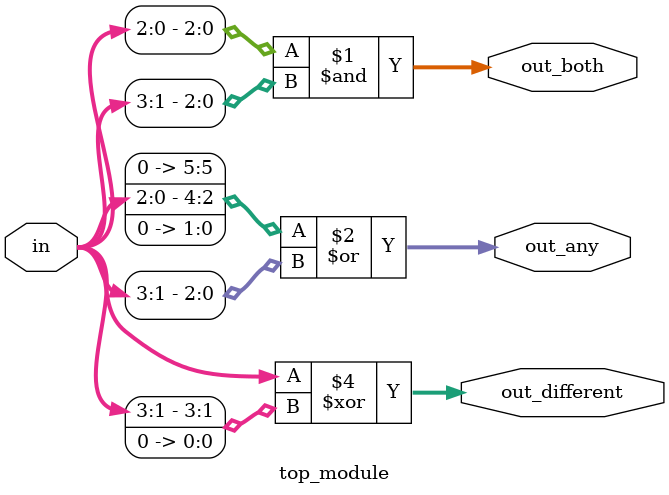
<source format=sv>
module top_module (
  input [3:0] in,
  output [2:0] out_both,
  output [5:0] out_any,
  output [3:0] out_different
);

  assign out_both = in[2:0] & in[3:1];
  assign out_any = {in[2:0], 2'b00} | in[3:1];
  assign out_different = in ^ (in[3:1] << 1'b1);

endmodule

</source>
